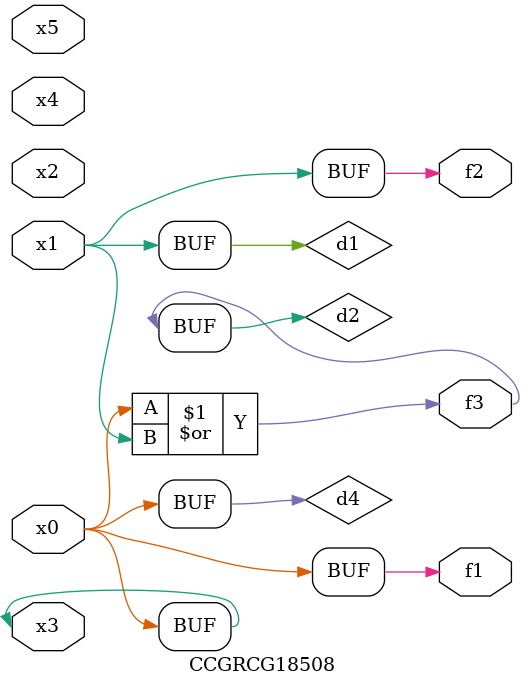
<source format=v>
module CCGRCG18508(
	input x0, x1, x2, x3, x4, x5,
	output f1, f2, f3
);

	wire d1, d2, d3, d4;

	and (d1, x1);
	or (d2, x0, x1);
	nand (d3, x0, x5);
	buf (d4, x0, x3);
	assign f1 = d4;
	assign f2 = d1;
	assign f3 = d2;
endmodule

</source>
